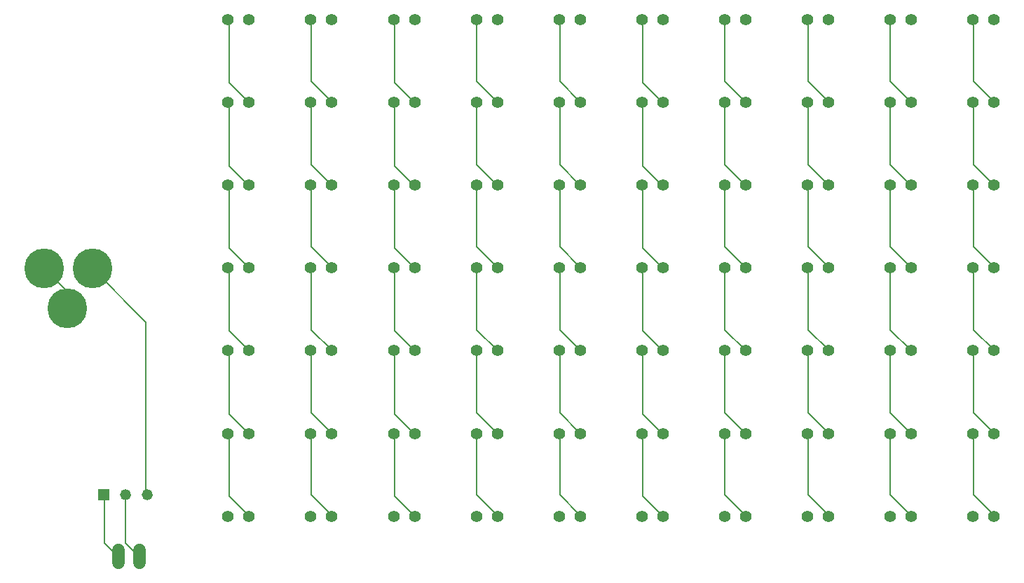
<source format=gbr>
G04 EAGLE Gerber RS-274X export*
G75*
%MOMM*%
%FSLAX34Y34*%
%LPD*%
%INTop Copper*%
%IPPOS*%
%AMOC8*
5,1,8,0,0,1.08239X$1,22.5*%
G01*
G04 Define Apertures*
%ADD10C,4.800000*%
%ADD11C,1.418000*%
%ADD12R,1.320800X1.320800*%
%ADD13C,1.320800*%
%ADD14C,1.524000*%
%ADD15C,0.152400*%
D10*
X86000Y383600D03*
X28000Y383600D03*
X56000Y335600D03*
D11*
X350000Y84125D03*
X375400Y84125D03*
X550000Y284125D03*
X575400Y284125D03*
X550000Y384125D03*
X575400Y384125D03*
X550000Y484125D03*
X575400Y484125D03*
X550000Y584125D03*
X575400Y584125D03*
X550000Y684125D03*
X575400Y684125D03*
X850000Y84125D03*
X875400Y84125D03*
X850000Y184125D03*
X875400Y184125D03*
X850000Y284125D03*
X875400Y284125D03*
X850000Y384125D03*
X875400Y384125D03*
X850000Y484125D03*
X875400Y484125D03*
X350000Y184125D03*
X375400Y184125D03*
X850000Y584125D03*
X875400Y584125D03*
X850000Y684125D03*
X875400Y684125D03*
X1050000Y84125D03*
X1075400Y84125D03*
X1050000Y184125D03*
X1075400Y184125D03*
X1050000Y284125D03*
X1075400Y284125D03*
X1050000Y384125D03*
X1075400Y384125D03*
X1050000Y484125D03*
X1075400Y484125D03*
X1050000Y584125D03*
X1075400Y584125D03*
X1050000Y684125D03*
X1075400Y684125D03*
X350000Y284125D03*
X375400Y284125D03*
X250000Y84125D03*
X275400Y84125D03*
X250000Y184125D03*
X275400Y184125D03*
X250000Y284125D03*
X275400Y284125D03*
X250000Y384125D03*
X275400Y384125D03*
X350000Y384125D03*
X375400Y384125D03*
X250000Y484125D03*
X275400Y484125D03*
X250000Y584125D03*
X275400Y584125D03*
X250000Y684125D03*
X275400Y684125D03*
X450000Y84125D03*
X475400Y84125D03*
X450000Y184125D03*
X475400Y184125D03*
X450000Y284125D03*
X475400Y284125D03*
X450000Y384125D03*
X475400Y384125D03*
X450000Y484125D03*
X475400Y484125D03*
X450000Y584125D03*
X475400Y584125D03*
X450000Y684125D03*
X475400Y684125D03*
X350000Y484125D03*
X375400Y484125D03*
X750000Y84125D03*
X775400Y84125D03*
X750000Y184125D03*
X775400Y184125D03*
X750000Y284125D03*
X775400Y284125D03*
X750000Y384125D03*
X775400Y384125D03*
X750000Y484125D03*
X775400Y484125D03*
X750000Y584125D03*
X775400Y584125D03*
X750000Y684125D03*
X775400Y684125D03*
X950000Y84125D03*
X975400Y84125D03*
X950000Y184125D03*
X975400Y184125D03*
X950000Y284125D03*
X975400Y284125D03*
X350000Y584125D03*
X375400Y584125D03*
X950000Y384125D03*
X975400Y384125D03*
X950000Y484125D03*
X975400Y484125D03*
X950000Y584125D03*
X975400Y584125D03*
X950000Y684125D03*
X975400Y684125D03*
X1150000Y84125D03*
X1175400Y84125D03*
X1150000Y184125D03*
X1175400Y184125D03*
X1150000Y284125D03*
X1175400Y284125D03*
X1150000Y384125D03*
X1175400Y384125D03*
X1150000Y484125D03*
X1175400Y484125D03*
X1150000Y584125D03*
X1175400Y584125D03*
X350000Y684125D03*
X375400Y684125D03*
X1150000Y684125D03*
X1175400Y684125D03*
X650000Y84125D03*
X675400Y84125D03*
X650000Y184125D03*
X675400Y184125D03*
X550000Y84125D03*
X575400Y84125D03*
X650000Y284125D03*
X675400Y284125D03*
X650000Y384125D03*
X675400Y384125D03*
X650000Y484125D03*
X675400Y484125D03*
X650000Y584125D03*
X675400Y584125D03*
X650000Y684125D03*
X675400Y684125D03*
X550000Y184125D03*
X575400Y184125D03*
D12*
X100000Y110000D03*
D13*
X126000Y110000D03*
X152000Y110000D03*
D14*
X142700Y43020D02*
X142700Y27780D01*
X117300Y27780D02*
X117300Y43020D01*
D15*
X150876Y111252D02*
X150876Y318516D01*
X86868Y382524D01*
X150876Y111252D02*
X152000Y110000D01*
X86868Y382524D02*
X86000Y383600D01*
X54864Y356616D02*
X54864Y336804D01*
X54864Y356616D02*
X28956Y382524D01*
X54864Y336804D02*
X56000Y335600D01*
X28956Y382524D02*
X28000Y383600D01*
X650748Y609600D02*
X650748Y682752D01*
X650748Y609600D02*
X675132Y585216D01*
X650748Y682752D02*
X650000Y684125D01*
X675132Y585216D02*
X675400Y584125D01*
X650748Y583692D02*
X650748Y509016D01*
X675132Y484632D01*
X650748Y583692D02*
X650000Y584125D01*
X675132Y484632D02*
X675400Y484125D01*
X650748Y483108D02*
X650748Y409956D01*
X675132Y385572D01*
X650748Y483108D02*
X650000Y484125D01*
X675132Y385572D02*
X675400Y384125D01*
X650748Y384048D02*
X650748Y309372D01*
X675132Y284988D01*
X650748Y384048D02*
X650000Y384125D01*
X675132Y284988D02*
X675400Y284125D01*
X650748Y283464D02*
X650748Y208788D01*
X675132Y184404D01*
X650748Y283464D02*
X650000Y284125D01*
X675132Y184404D02*
X675400Y184125D01*
X650748Y182880D02*
X650748Y109728D01*
X675132Y85344D01*
X650748Y182880D02*
X650000Y184125D01*
X675132Y85344D02*
X675400Y84125D01*
X350520Y109728D02*
X350520Y182880D01*
X350520Y109728D02*
X374904Y85344D01*
X350520Y182880D02*
X350000Y184125D01*
X374904Y85344D02*
X375400Y84125D01*
X350520Y208788D02*
X350520Y283464D01*
X350520Y208788D02*
X374904Y184404D01*
X350520Y283464D02*
X350000Y284125D01*
X374904Y184404D02*
X375400Y184125D01*
X350520Y309372D02*
X350520Y384048D01*
X350520Y309372D02*
X374904Y284988D01*
X350520Y384048D02*
X350000Y384125D01*
X374904Y284988D02*
X375400Y284125D01*
X350520Y409956D02*
X350520Y483108D01*
X350520Y409956D02*
X374904Y385572D01*
X350520Y483108D02*
X350000Y484125D01*
X374904Y385572D02*
X375400Y384125D01*
X350520Y509016D02*
X350520Y583692D01*
X350520Y509016D02*
X374904Y484632D01*
X350520Y583692D02*
X350000Y584125D01*
X374904Y484632D02*
X375400Y484125D01*
X350520Y609600D02*
X350520Y682752D01*
X350520Y609600D02*
X374904Y585216D01*
X350520Y682752D02*
X350000Y684125D01*
X374904Y585216D02*
X375400Y584125D01*
X550164Y609600D02*
X550164Y682752D01*
X550164Y609600D02*
X574548Y585216D01*
X550164Y682752D02*
X550000Y684125D01*
X574548Y585216D02*
X575400Y584125D01*
X550164Y583692D02*
X550164Y509016D01*
X574548Y484632D01*
X550164Y583692D02*
X550000Y584125D01*
X574548Y484632D02*
X575400Y484125D01*
X550164Y483108D02*
X550164Y409956D01*
X574548Y385572D01*
X550164Y483108D02*
X550000Y484125D01*
X574548Y385572D02*
X575400Y384125D01*
X550164Y384048D02*
X550164Y309372D01*
X574548Y284988D01*
X550164Y384048D02*
X550000Y384125D01*
X574548Y284988D02*
X575400Y284125D01*
X550164Y283464D02*
X550164Y208788D01*
X574548Y184404D01*
X550164Y283464D02*
X550000Y284125D01*
X574548Y184404D02*
X575400Y184125D01*
X550164Y182880D02*
X550164Y109728D01*
X574548Y85344D01*
X550164Y182880D02*
X550000Y184125D01*
X574548Y85344D02*
X575400Y84125D01*
X850392Y109728D02*
X850392Y182880D01*
X850392Y109728D02*
X874776Y85344D01*
X850392Y182880D02*
X850000Y184125D01*
X874776Y85344D02*
X875400Y84125D01*
X850392Y208788D02*
X850392Y283464D01*
X850392Y208788D02*
X874776Y184404D01*
X850392Y283464D02*
X850000Y284125D01*
X874776Y184404D02*
X875400Y184125D01*
X850392Y309372D02*
X850392Y384048D01*
X850392Y309372D02*
X874776Y284988D01*
X850392Y384048D02*
X850000Y384125D01*
X874776Y284988D02*
X875400Y284125D01*
X850392Y409956D02*
X850392Y483108D01*
X850392Y409956D02*
X874776Y385572D01*
X850392Y483108D02*
X850000Y484125D01*
X874776Y385572D02*
X875400Y384125D01*
X850392Y509016D02*
X850392Y583692D01*
X850392Y509016D02*
X874776Y484632D01*
X850392Y583692D02*
X850000Y584125D01*
X874776Y484632D02*
X875400Y484125D01*
X850392Y609600D02*
X850392Y682752D01*
X850392Y609600D02*
X874776Y585216D01*
X850392Y682752D02*
X850000Y684125D01*
X874776Y585216D02*
X875400Y584125D01*
X1050036Y182880D02*
X1050036Y109728D01*
X1074420Y85344D01*
X1050036Y182880D02*
X1050000Y184125D01*
X1074420Y85344D02*
X1075400Y84125D01*
X1050036Y208788D02*
X1050036Y283464D01*
X1050036Y208788D02*
X1074420Y184404D01*
X1050036Y283464D02*
X1050000Y284125D01*
X1074420Y184404D02*
X1075400Y184125D01*
X1050036Y309372D02*
X1050036Y384048D01*
X1050036Y309372D02*
X1074420Y284988D01*
X1050036Y384048D02*
X1050000Y384125D01*
X1074420Y284988D02*
X1075400Y284125D01*
X1050036Y409956D02*
X1050036Y483108D01*
X1050036Y409956D02*
X1074420Y385572D01*
X1050036Y483108D02*
X1050000Y484125D01*
X1074420Y385572D02*
X1075400Y384125D01*
X1050036Y509016D02*
X1050036Y583692D01*
X1050036Y509016D02*
X1074420Y484632D01*
X1050036Y583692D02*
X1050000Y584125D01*
X1074420Y484632D02*
X1075400Y484125D01*
X1050036Y609600D02*
X1050036Y682752D01*
X1050036Y609600D02*
X1074420Y585216D01*
X1050036Y682752D02*
X1050000Y684125D01*
X1074420Y585216D02*
X1075400Y584125D01*
X251460Y182880D02*
X251460Y108204D01*
X274320Y85344D01*
X251460Y182880D02*
X250000Y184125D01*
X274320Y85344D02*
X275400Y84125D01*
X251460Y207264D02*
X251460Y283464D01*
X251460Y207264D02*
X274320Y184404D01*
X251460Y283464D02*
X250000Y284125D01*
X274320Y184404D02*
X275400Y184125D01*
X251460Y307848D02*
X251460Y384048D01*
X251460Y307848D02*
X274320Y284988D01*
X251460Y384048D02*
X250000Y384125D01*
X274320Y284988D02*
X275400Y284125D01*
X251460Y408432D02*
X251460Y483108D01*
X251460Y408432D02*
X274320Y385572D01*
X251460Y483108D02*
X250000Y484125D01*
X274320Y385572D02*
X275400Y384125D01*
X251460Y507492D02*
X251460Y583692D01*
X251460Y507492D02*
X274320Y484632D01*
X251460Y583692D02*
X250000Y584125D01*
X274320Y484632D02*
X275400Y484125D01*
X251460Y608076D02*
X251460Y682752D01*
X251460Y608076D02*
X274320Y585216D01*
X251460Y682752D02*
X250000Y684125D01*
X274320Y585216D02*
X275400Y584125D01*
X451104Y182880D02*
X451104Y108204D01*
X473964Y85344D01*
X451104Y182880D02*
X450000Y184125D01*
X473964Y85344D02*
X475400Y84125D01*
X451104Y207264D02*
X451104Y283464D01*
X451104Y207264D02*
X473964Y184404D01*
X451104Y283464D02*
X450000Y284125D01*
X473964Y184404D02*
X475400Y184125D01*
X451104Y307848D02*
X451104Y384048D01*
X451104Y307848D02*
X473964Y284988D01*
X451104Y384048D02*
X450000Y384125D01*
X473964Y284988D02*
X475400Y284125D01*
X451104Y408432D02*
X451104Y483108D01*
X451104Y408432D02*
X473964Y385572D01*
X451104Y483108D02*
X450000Y484125D01*
X473964Y385572D02*
X475400Y384125D01*
X451104Y507492D02*
X451104Y583692D01*
X451104Y507492D02*
X473964Y484632D01*
X451104Y583692D02*
X450000Y584125D01*
X473964Y484632D02*
X475400Y484125D01*
X451104Y608076D02*
X451104Y682752D01*
X451104Y608076D02*
X473964Y585216D01*
X451104Y682752D02*
X450000Y684125D01*
X473964Y585216D02*
X475400Y584125D01*
X751332Y182880D02*
X751332Y108204D01*
X774192Y85344D01*
X751332Y182880D02*
X750000Y184125D01*
X774192Y85344D02*
X775400Y84125D01*
X751332Y207264D02*
X751332Y283464D01*
X751332Y207264D02*
X774192Y184404D01*
X751332Y283464D02*
X750000Y284125D01*
X774192Y184404D02*
X775400Y184125D01*
X751332Y307848D02*
X751332Y384048D01*
X751332Y307848D02*
X774192Y284988D01*
X751332Y384048D02*
X750000Y384125D01*
X774192Y284988D02*
X775400Y284125D01*
X751332Y408432D02*
X751332Y483108D01*
X751332Y408432D02*
X774192Y385572D01*
X751332Y483108D02*
X750000Y484125D01*
X774192Y385572D02*
X775400Y384125D01*
X751332Y507492D02*
X751332Y583692D01*
X751332Y507492D02*
X774192Y484632D01*
X751332Y583692D02*
X750000Y584125D01*
X774192Y484632D02*
X775400Y484125D01*
X751332Y608076D02*
X751332Y682752D01*
X751332Y608076D02*
X774192Y585216D01*
X751332Y682752D02*
X750000Y684125D01*
X774192Y585216D02*
X775400Y584125D01*
X950976Y182880D02*
X950976Y109728D01*
X975360Y85344D01*
X950976Y182880D02*
X950000Y184125D01*
X975360Y85344D02*
X975400Y84125D01*
X950976Y208788D02*
X950976Y283464D01*
X950976Y208788D02*
X975360Y184404D01*
X950976Y283464D02*
X950000Y284125D01*
X975360Y184404D02*
X975400Y184125D01*
X950976Y309372D02*
X950976Y384048D01*
X950976Y309372D02*
X975360Y284988D01*
X950976Y384048D02*
X950000Y384125D01*
X975360Y284988D02*
X975400Y284125D01*
X950976Y409956D02*
X950976Y483108D01*
X950976Y409956D02*
X975360Y385572D01*
X950976Y483108D02*
X950000Y484125D01*
X975360Y385572D02*
X975400Y384125D01*
X950976Y509016D02*
X950976Y583692D01*
X950976Y509016D02*
X975360Y484632D01*
X950976Y583692D02*
X950000Y584125D01*
X975360Y484632D02*
X975400Y484125D01*
X950976Y609600D02*
X950976Y682752D01*
X950976Y609600D02*
X975360Y585216D01*
X950976Y682752D02*
X950000Y684125D01*
X975360Y585216D02*
X975400Y584125D01*
X1150620Y182880D02*
X1150620Y109728D01*
X1175004Y85344D01*
X1150620Y182880D02*
X1150000Y184125D01*
X1175004Y85344D02*
X1175400Y84125D01*
X1150620Y208788D02*
X1150620Y283464D01*
X1150620Y208788D02*
X1175004Y184404D01*
X1150620Y283464D02*
X1150000Y284125D01*
X1175004Y184404D02*
X1175400Y184125D01*
X1150620Y309372D02*
X1150620Y384048D01*
X1150620Y309372D02*
X1175004Y284988D01*
X1150620Y384048D02*
X1150000Y384125D01*
X1175004Y284988D02*
X1175400Y284125D01*
X1150620Y409956D02*
X1150620Y483108D01*
X1150620Y409956D02*
X1175004Y385572D01*
X1150620Y483108D02*
X1150000Y484125D01*
X1175004Y385572D02*
X1175400Y384125D01*
X1150620Y509016D02*
X1150620Y583692D01*
X1150620Y509016D02*
X1175004Y484632D01*
X1150620Y583692D02*
X1150000Y584125D01*
X1175004Y484632D02*
X1175400Y484125D01*
X1150620Y609600D02*
X1150620Y682752D01*
X1150620Y609600D02*
X1175004Y585216D01*
X1150620Y682752D02*
X1150000Y684125D01*
X1175004Y585216D02*
X1175400Y584125D01*
X100584Y109728D02*
X100584Y51816D01*
X115824Y36576D01*
X100584Y109728D02*
X100000Y110000D01*
X115824Y36576D02*
X117300Y35400D01*
X126492Y51816D02*
X126492Y109728D01*
X126492Y51816D02*
X141732Y36576D01*
X126492Y109728D02*
X126000Y110000D01*
X141732Y36576D02*
X142700Y35400D01*
M02*

</source>
